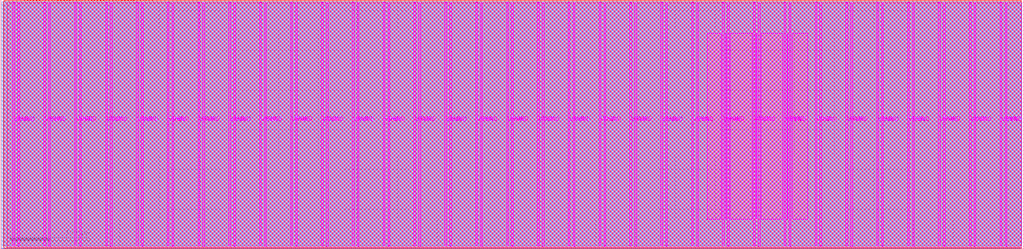
<source format=lef>
VERSION 5.7 ;
  NOWIREEXTENSIONATPIN ON ;
  DIVIDERCHAR "/" ;
  BUSBITCHARS "[]" ;
MACRO tt_um_SotaSoC
  CLASS BLOCK ;
  FOREIGN tt_um_SotaSoC ;
  ORIGIN 0.000 0.000 ;
  SIZE 1289.280 BY 313.740 ;
  PIN VGND
    DIRECTION INOUT ;
    USE GROUND ;
    PORT
      LAYER TopMetal1 ;
        RECT 21.580 3.150 23.780 310.180 ;
    END
    PORT
      LAYER TopMetal1 ;
        RECT 60.450 3.150 62.650 310.180 ;
    END
    PORT
      LAYER TopMetal1 ;
        RECT 99.320 3.150 101.520 310.180 ;
    END
    PORT
      LAYER TopMetal1 ;
        RECT 138.190 3.150 140.390 310.180 ;
    END
    PORT
      LAYER TopMetal1 ;
        RECT 177.060 3.150 179.260 310.180 ;
    END
    PORT
      LAYER TopMetal1 ;
        RECT 215.930 3.150 218.130 310.180 ;
    END
    PORT
      LAYER TopMetal1 ;
        RECT 254.800 3.150 257.000 310.180 ;
    END
    PORT
      LAYER TopMetal1 ;
        RECT 293.670 3.150 295.870 310.180 ;
    END
    PORT
      LAYER TopMetal1 ;
        RECT 332.540 3.150 334.740 310.180 ;
    END
    PORT
      LAYER TopMetal1 ;
        RECT 371.410 3.150 373.610 310.180 ;
    END
    PORT
      LAYER TopMetal1 ;
        RECT 410.280 3.150 412.480 310.180 ;
    END
    PORT
      LAYER TopMetal1 ;
        RECT 449.150 3.150 451.350 310.180 ;
    END
    PORT
      LAYER TopMetal1 ;
        RECT 488.020 3.150 490.220 310.180 ;
    END
    PORT
      LAYER TopMetal1 ;
        RECT 526.890 3.150 529.090 310.180 ;
    END
    PORT
      LAYER TopMetal1 ;
        RECT 565.760 3.150 567.960 310.180 ;
    END
    PORT
      LAYER TopMetal1 ;
        RECT 604.630 3.150 606.830 310.180 ;
    END
    PORT
      LAYER TopMetal1 ;
        RECT 643.500 3.150 645.700 310.180 ;
    END
    PORT
      LAYER TopMetal1 ;
        RECT 682.370 3.150 684.570 310.180 ;
    END
    PORT
      LAYER TopMetal1 ;
        RECT 721.240 3.150 723.440 310.180 ;
    END
    PORT
      LAYER TopMetal1 ;
        RECT 760.110 3.150 762.310 310.180 ;
    END
    PORT
      LAYER TopMetal1 ;
        RECT 798.980 3.150 801.180 310.180 ;
    END
    PORT
      LAYER TopMetal1 ;
        RECT 837.850 3.150 840.050 310.180 ;
    END
    PORT
      LAYER TopMetal1 ;
        RECT 876.720 3.150 878.920 310.180 ;
    END
    PORT
      LAYER TopMetal1 ;
        RECT 915.590 3.150 917.790 310.180 ;
    END
    PORT
      LAYER TopMetal1 ;
        RECT 954.460 3.150 956.660 310.180 ;
    END
    PORT
      LAYER TopMetal1 ;
        RECT 993.330 3.150 995.530 310.180 ;
    END
    PORT
      LAYER TopMetal1 ;
        RECT 1032.200 3.150 1034.400 310.180 ;
    END
    PORT
      LAYER TopMetal1 ;
        RECT 1071.070 3.150 1073.270 310.180 ;
    END
    PORT
      LAYER TopMetal1 ;
        RECT 1109.940 3.150 1112.140 310.180 ;
    END
    PORT
      LAYER TopMetal1 ;
        RECT 1148.810 3.150 1151.010 310.180 ;
    END
    PORT
      LAYER TopMetal1 ;
        RECT 1187.680 3.150 1189.880 310.180 ;
    END
    PORT
      LAYER TopMetal1 ;
        RECT 1226.550 3.150 1228.750 310.180 ;
    END
    PORT
      LAYER TopMetal1 ;
        RECT 1265.420 3.150 1267.620 310.180 ;
    END
  END VGND
  PIN VPWR
    DIRECTION INOUT ;
    USE POWER ;
    PORT
      LAYER TopMetal1 ;
        RECT 15.380 3.560 17.580 310.590 ;
    END
    PORT
      LAYER TopMetal1 ;
        RECT 54.250 3.560 56.450 310.590 ;
    END
    PORT
      LAYER TopMetal1 ;
        RECT 93.120 3.560 95.320 310.590 ;
    END
    PORT
      LAYER TopMetal1 ;
        RECT 131.990 3.560 134.190 310.590 ;
    END
    PORT
      LAYER TopMetal1 ;
        RECT 170.860 3.560 173.060 310.590 ;
    END
    PORT
      LAYER TopMetal1 ;
        RECT 209.730 3.560 211.930 310.590 ;
    END
    PORT
      LAYER TopMetal1 ;
        RECT 248.600 3.560 250.800 310.590 ;
    END
    PORT
      LAYER TopMetal1 ;
        RECT 287.470 3.560 289.670 310.590 ;
    END
    PORT
      LAYER TopMetal1 ;
        RECT 326.340 3.560 328.540 310.590 ;
    END
    PORT
      LAYER TopMetal1 ;
        RECT 365.210 3.560 367.410 310.590 ;
    END
    PORT
      LAYER TopMetal1 ;
        RECT 404.080 3.560 406.280 310.590 ;
    END
    PORT
      LAYER TopMetal1 ;
        RECT 442.950 3.560 445.150 310.590 ;
    END
    PORT
      LAYER TopMetal1 ;
        RECT 481.820 3.560 484.020 310.590 ;
    END
    PORT
      LAYER TopMetal1 ;
        RECT 520.690 3.560 522.890 310.590 ;
    END
    PORT
      LAYER TopMetal1 ;
        RECT 559.560 3.560 561.760 310.590 ;
    END
    PORT
      LAYER TopMetal1 ;
        RECT 598.430 3.560 600.630 310.590 ;
    END
    PORT
      LAYER TopMetal1 ;
        RECT 637.300 3.560 639.500 310.590 ;
    END
    PORT
      LAYER TopMetal1 ;
        RECT 676.170 3.560 678.370 310.590 ;
    END
    PORT
      LAYER TopMetal1 ;
        RECT 715.040 3.560 717.240 310.590 ;
    END
    PORT
      LAYER TopMetal1 ;
        RECT 753.910 3.560 756.110 310.590 ;
    END
    PORT
      LAYER TopMetal1 ;
        RECT 792.780 3.560 794.980 310.590 ;
    END
    PORT
      LAYER TopMetal1 ;
        RECT 831.650 3.560 833.850 310.590 ;
    END
    PORT
      LAYER TopMetal1 ;
        RECT 870.520 3.560 872.720 310.590 ;
    END
    PORT
      LAYER TopMetal1 ;
        RECT 909.390 3.560 911.590 310.590 ;
    END
    PORT
      LAYER TopMetal1 ;
        RECT 948.260 3.560 950.460 310.590 ;
    END
    PORT
      LAYER TopMetal1 ;
        RECT 987.130 3.560 989.330 310.590 ;
    END
    PORT
      LAYER TopMetal1 ;
        RECT 1026.000 3.560 1028.200 310.590 ;
    END
    PORT
      LAYER TopMetal1 ;
        RECT 1064.870 3.560 1067.070 310.590 ;
    END
    PORT
      LAYER TopMetal1 ;
        RECT 1103.740 3.560 1105.940 310.590 ;
    END
    PORT
      LAYER TopMetal1 ;
        RECT 1142.610 3.560 1144.810 310.590 ;
    END
    PORT
      LAYER TopMetal1 ;
        RECT 1181.480 3.560 1183.680 310.590 ;
    END
    PORT
      LAYER TopMetal1 ;
        RECT 1220.350 3.560 1222.550 310.590 ;
    END
    PORT
      LAYER TopMetal1 ;
        RECT 1259.220 3.560 1261.420 310.590 ;
    END
  END VPWR
  PIN clk
    DIRECTION INPUT ;
    USE SIGNAL ;
    ANTENNAGATEAREA 0.725400 ;
    PORT
      LAYER Metal4 ;
        RECT 187.050 312.740 187.350 313.740 ;
    END
  END clk
  PIN ena
    DIRECTION INPUT ;
    USE SIGNAL ;
    PORT
      LAYER Metal4 ;
        RECT 190.890 312.740 191.190 313.740 ;
    END
  END ena
  PIN rst_n
    DIRECTION INPUT ;
    USE SIGNAL ;
    ANTENNAGATEAREA 2.176200 ;
    PORT
      LAYER Metal4 ;
        RECT 183.210 312.740 183.510 313.740 ;
    END
  END rst_n
  PIN ui_in[0]
    DIRECTION INPUT ;
    USE SIGNAL ;
    ANTENNAGATEAREA 0.180700 ;
    PORT
      LAYER Metal4 ;
        RECT 179.370 312.740 179.670 313.740 ;
    END
  END ui_in[0]
  PIN ui_in[1]
    DIRECTION INPUT ;
    USE SIGNAL ;
    ANTENNAGATEAREA 0.180700 ;
    PORT
      LAYER Metal4 ;
        RECT 175.530 312.740 175.830 313.740 ;
    END
  END ui_in[1]
  PIN ui_in[2]
    DIRECTION INPUT ;
    USE SIGNAL ;
    ANTENNAGATEAREA 0.180700 ;
    PORT
      LAYER Metal4 ;
        RECT 171.690 312.740 171.990 313.740 ;
    END
  END ui_in[2]
  PIN ui_in[3]
    DIRECTION INPUT ;
    USE SIGNAL ;
    ANTENNAGATEAREA 0.180700 ;
    PORT
      LAYER Metal4 ;
        RECT 167.850 312.740 168.150 313.740 ;
    END
  END ui_in[3]
  PIN ui_in[4]
    DIRECTION INPUT ;
    USE SIGNAL ;
    ANTENNAGATEAREA 0.180700 ;
    PORT
      LAYER Metal4 ;
        RECT 164.010 312.740 164.310 313.740 ;
    END
  END ui_in[4]
  PIN ui_in[5]
    DIRECTION INPUT ;
    USE SIGNAL ;
    ANTENNAGATEAREA 0.180700 ;
    PORT
      LAYER Metal4 ;
        RECT 160.170 312.740 160.470 313.740 ;
    END
  END ui_in[5]
  PIN ui_in[6]
    DIRECTION INPUT ;
    USE SIGNAL ;
    ANTENNAGATEAREA 0.180700 ;
    PORT
      LAYER Metal4 ;
        RECT 156.330 312.740 156.630 313.740 ;
    END
  END ui_in[6]
  PIN ui_in[7]
    DIRECTION INPUT ;
    USE SIGNAL ;
    ANTENNAGATEAREA 0.213200 ;
    PORT
      LAYER Metal4 ;
        RECT 152.490 312.740 152.790 313.740 ;
    END
  END ui_in[7]
  PIN uio_in[0]
    DIRECTION INPUT ;
    USE SIGNAL ;
    PORT
      LAYER Metal4 ;
        RECT 148.650 312.740 148.950 313.740 ;
    END
  END uio_in[0]
  PIN uio_in[1]
    DIRECTION INPUT ;
    USE SIGNAL ;
    ANTENNAGATEAREA 0.180700 ;
    PORT
      LAYER Metal4 ;
        RECT 144.810 312.740 145.110 313.740 ;
    END
  END uio_in[1]
  PIN uio_in[2]
    DIRECTION INPUT ;
    USE SIGNAL ;
    ANTENNAGATEAREA 0.180700 ;
    PORT
      LAYER Metal4 ;
        RECT 140.970 312.740 141.270 313.740 ;
    END
  END uio_in[2]
  PIN uio_in[3]
    DIRECTION INPUT ;
    USE SIGNAL ;
    PORT
      LAYER Metal4 ;
        RECT 137.130 312.740 137.430 313.740 ;
    END
  END uio_in[3]
  PIN uio_in[4]
    DIRECTION INPUT ;
    USE SIGNAL ;
    ANTENNAGATEAREA 0.213200 ;
    PORT
      LAYER Metal4 ;
        RECT 133.290 312.740 133.590 313.740 ;
    END
  END uio_in[4]
  PIN uio_in[5]
    DIRECTION INPUT ;
    USE SIGNAL ;
    ANTENNAGATEAREA 0.213200 ;
    PORT
      LAYER Metal4 ;
        RECT 129.450 312.740 129.750 313.740 ;
    END
  END uio_in[5]
  PIN uio_in[6]
    DIRECTION INPUT ;
    USE SIGNAL ;
    PORT
      LAYER Metal4 ;
        RECT 125.610 312.740 125.910 313.740 ;
    END
  END uio_in[6]
  PIN uio_in[7]
    DIRECTION INPUT ;
    USE SIGNAL ;
    ANTENNAGATEAREA 0.213200 ;
    PORT
      LAYER Metal4 ;
        RECT 121.770 312.740 122.070 313.740 ;
    END
  END uio_in[7]
  PIN uio_oe[0]
    DIRECTION OUTPUT ;
    USE SIGNAL ;
    ANTENNADIFFAREA 0.392700 ;
    PORT
      LAYER Metal4 ;
        RECT 56.490 312.740 56.790 313.740 ;
    END
  END uio_oe[0]
  PIN uio_oe[1]
    DIRECTION OUTPUT ;
    USE SIGNAL ;
    ANTENNADIFFAREA 0.708600 ;
    PORT
      LAYER Metal4 ;
        RECT 52.650 312.740 52.950 313.740 ;
    END
  END uio_oe[1]
  PIN uio_oe[2]
    DIRECTION OUTPUT ;
    USE SIGNAL ;
    ANTENNADIFFAREA 0.708600 ;
    PORT
      LAYER Metal4 ;
        RECT 48.810 312.740 49.110 313.740 ;
    END
  END uio_oe[2]
  PIN uio_oe[3]
    DIRECTION OUTPUT ;
    USE SIGNAL ;
    ANTENNADIFFAREA 0.392700 ;
    PORT
      LAYER Metal4 ;
        RECT 44.970 312.740 45.270 313.740 ;
    END
  END uio_oe[3]
  PIN uio_oe[4]
    DIRECTION OUTPUT ;
    USE SIGNAL ;
    ANTENNADIFFAREA 0.706800 ;
    PORT
      LAYER Metal4 ;
        RECT 41.130 312.740 41.430 313.740 ;
    END
  END uio_oe[4]
  PIN uio_oe[5]
    DIRECTION OUTPUT ;
    USE SIGNAL ;
    ANTENNAGATEAREA 0.800800 ;
    ANTENNADIFFAREA 0.716100 ;
    PORT
      LAYER Metal4 ;
        RECT 37.290 312.740 37.590 313.740 ;
    END
  END uio_oe[5]
  PIN uio_oe[6]
    DIRECTION OUTPUT ;
    USE SIGNAL ;
    ANTENNADIFFAREA 0.392700 ;
    PORT
      LAYER Metal4 ;
        RECT 33.450 312.740 33.750 313.740 ;
    END
  END uio_oe[6]
  PIN uio_oe[7]
    DIRECTION OUTPUT ;
    USE SIGNAL ;
    ANTENNADIFFAREA 1.008100 ;
    PORT
      LAYER Metal4 ;
        RECT 29.610 312.740 29.910 313.740 ;
    END
  END uio_oe[7]
  PIN uio_out[0]
    DIRECTION OUTPUT ;
    USE SIGNAL ;
    ANTENNADIFFAREA 2.827200 ;
    PORT
      LAYER Metal4 ;
        RECT 87.210 312.740 87.510 313.740 ;
    END
  END uio_out[0]
  PIN uio_out[1]
    DIRECTION OUTPUT ;
    USE SIGNAL ;
    ANTENNAGATEAREA 0.335400 ;
    ANTENNADIFFAREA 0.716100 ;
    PORT
      LAYER Metal4 ;
        RECT 83.370 312.740 83.670 313.740 ;
    END
  END uio_out[1]
  PIN uio_out[2]
    DIRECTION OUTPUT ;
    USE SIGNAL ;
    ANTENNAGATEAREA 0.109200 ;
    ANTENNADIFFAREA 0.716100 ;
    PORT
      LAYER Metal4 ;
        RECT 79.530 312.740 79.830 313.740 ;
    END
  END uio_out[2]
  PIN uio_out[3]
    DIRECTION OUTPUT ;
    USE SIGNAL ;
    ANTENNADIFFAREA 0.708600 ;
    PORT
      LAYER Metal4 ;
        RECT 75.690 312.740 75.990 313.740 ;
    END
  END uio_out[3]
  PIN uio_out[4]
    DIRECTION OUTPUT ;
    USE SIGNAL ;
    ANTENNAGATEAREA 0.109200 ;
    ANTENNADIFFAREA 0.716100 ;
    PORT
      LAYER Metal4 ;
        RECT 71.850 312.740 72.150 313.740 ;
    END
  END uio_out[4]
  PIN uio_out[5]
    DIRECTION OUTPUT ;
    USE SIGNAL ;
    ANTENNAGATEAREA 0.109200 ;
    ANTENNADIFFAREA 0.716100 ;
    PORT
      LAYER Metal4 ;
        RECT 68.010 312.740 68.310 313.740 ;
    END
  END uio_out[5]
  PIN uio_out[6]
    DIRECTION OUTPUT ;
    USE SIGNAL ;
    ANTENNADIFFAREA 2.827200 ;
    PORT
      LAYER Metal4 ;
        RECT 64.170 312.740 64.470 313.740 ;
    END
  END uio_out[6]
  PIN uio_out[7]
    DIRECTION OUTPUT ;
    USE SIGNAL ;
    ANTENNADIFFAREA 0.632400 ;
    PORT
      LAYER Metal4 ;
        RECT 60.330 312.740 60.630 313.740 ;
    END
  END uio_out[7]
  PIN uo_out[0]
    DIRECTION OUTPUT ;
    USE SIGNAL ;
    ANTENNADIFFAREA 2.827200 ;
    PORT
      LAYER Metal4 ;
        RECT 117.930 312.740 118.230 313.740 ;
    END
  END uo_out[0]
  PIN uo_out[1]
    DIRECTION OUTPUT ;
    USE SIGNAL ;
    ANTENNADIFFAREA 2.827200 ;
    PORT
      LAYER Metal4 ;
        RECT 114.090 312.740 114.390 313.740 ;
    END
  END uo_out[1]
  PIN uo_out[2]
    DIRECTION OUTPUT ;
    USE SIGNAL ;
    ANTENNADIFFAREA 0.677200 ;
    PORT
      LAYER Metal4 ;
        RECT 110.250 312.740 110.550 313.740 ;
    END
  END uo_out[2]
  PIN uo_out[3]
    DIRECTION OUTPUT ;
    USE SIGNAL ;
    ANTENNADIFFAREA 0.708600 ;
    PORT
      LAYER Metal4 ;
        RECT 106.410 312.740 106.710 313.740 ;
    END
  END uo_out[3]
  PIN uo_out[4]
    DIRECTION OUTPUT ;
    USE SIGNAL ;
    ANTENNADIFFAREA 0.988000 ;
    PORT
      LAYER Metal4 ;
        RECT 102.570 312.740 102.870 313.740 ;
    END
  END uo_out[4]
  PIN uo_out[5]
    DIRECTION OUTPUT ;
    USE SIGNAL ;
    ANTENNADIFFAREA 0.988000 ;
    PORT
      LAYER Metal4 ;
        RECT 98.730 312.740 99.030 313.740 ;
    END
  END uo_out[5]
  PIN uo_out[6]
    DIRECTION OUTPUT ;
    USE SIGNAL ;
    ANTENNADIFFAREA 0.677200 ;
    PORT
      LAYER Metal4 ;
        RECT 94.890 312.740 95.190 313.740 ;
    END
  END uo_out[6]
  PIN uo_out[7]
    DIRECTION OUTPUT ;
    USE SIGNAL ;
    ANTENNADIFFAREA 0.708600 ;
    PORT
      LAYER Metal4 ;
        RECT 91.050 312.740 91.350 313.740 ;
    END
  END uo_out[7]
  OBS
      LAYER GatPoly ;
        RECT 2.880 3.630 1286.400 310.110 ;
      LAYER Metal1 ;
        RECT 2.880 3.560 1286.400 310.180 ;
      LAYER Metal2 ;
        RECT 1.335 0.275 1286.025 311.365 ;
      LAYER Metal3 ;
        RECT 1.295 0.320 1286.065 311.325 ;
      LAYER Metal4 ;
        RECT 3.740 312.530 29.400 312.740 ;
        RECT 30.120 312.530 33.240 312.740 ;
        RECT 33.960 312.530 37.080 312.740 ;
        RECT 37.800 312.530 40.920 312.740 ;
        RECT 41.640 312.530 44.760 312.740 ;
        RECT 45.480 312.530 48.600 312.740 ;
        RECT 49.320 312.530 52.440 312.740 ;
        RECT 53.160 312.530 56.280 312.740 ;
        RECT 57.000 312.530 60.120 312.740 ;
        RECT 60.840 312.530 63.960 312.740 ;
        RECT 64.680 312.530 67.800 312.740 ;
        RECT 68.520 312.530 71.640 312.740 ;
        RECT 72.360 312.530 75.480 312.740 ;
        RECT 76.200 312.530 79.320 312.740 ;
        RECT 80.040 312.530 83.160 312.740 ;
        RECT 83.880 312.530 87.000 312.740 ;
        RECT 87.720 312.530 90.840 312.740 ;
        RECT 91.560 312.530 94.680 312.740 ;
        RECT 95.400 312.530 98.520 312.740 ;
        RECT 99.240 312.530 102.360 312.740 ;
        RECT 103.080 312.530 106.200 312.740 ;
        RECT 106.920 312.530 110.040 312.740 ;
        RECT 110.760 312.530 113.880 312.740 ;
        RECT 114.600 312.530 117.720 312.740 ;
        RECT 118.440 312.530 121.560 312.740 ;
        RECT 122.280 312.530 125.400 312.740 ;
        RECT 126.120 312.530 129.240 312.740 ;
        RECT 129.960 312.530 133.080 312.740 ;
        RECT 133.800 312.530 136.920 312.740 ;
        RECT 137.640 312.530 140.760 312.740 ;
        RECT 141.480 312.530 144.600 312.740 ;
        RECT 145.320 312.530 148.440 312.740 ;
        RECT 149.160 312.530 152.280 312.740 ;
        RECT 153.000 312.530 156.120 312.740 ;
        RECT 156.840 312.530 159.960 312.740 ;
        RECT 160.680 312.530 163.800 312.740 ;
        RECT 164.520 312.530 167.640 312.740 ;
        RECT 168.360 312.530 171.480 312.740 ;
        RECT 172.200 312.530 175.320 312.740 ;
        RECT 176.040 312.530 179.160 312.740 ;
        RECT 179.880 312.530 183.000 312.740 ;
        RECT 183.720 312.530 186.840 312.740 ;
        RECT 187.560 312.530 190.680 312.740 ;
        RECT 191.400 312.530 1285.545 312.740 ;
        RECT 3.740 0.695 1285.545 312.530 ;
      LAYER Metal5 ;
        RECT 8.495 2.000 1285.585 310.270 ;
      LAYER TopMetal1 ;
        RECT 890.020 37.400 907.750 271.720 ;
        RECT 913.230 37.400 913.950 271.720 ;
        RECT 919.430 37.400 946.620 271.720 ;
        RECT 952.100 37.400 952.820 271.720 ;
        RECT 958.300 37.400 985.490 271.720 ;
        RECT 990.970 37.400 991.690 271.720 ;
        RECT 997.170 37.400 1017.060 271.720 ;
  END
END tt_um_SotaSoC
END LIBRARY


</source>
